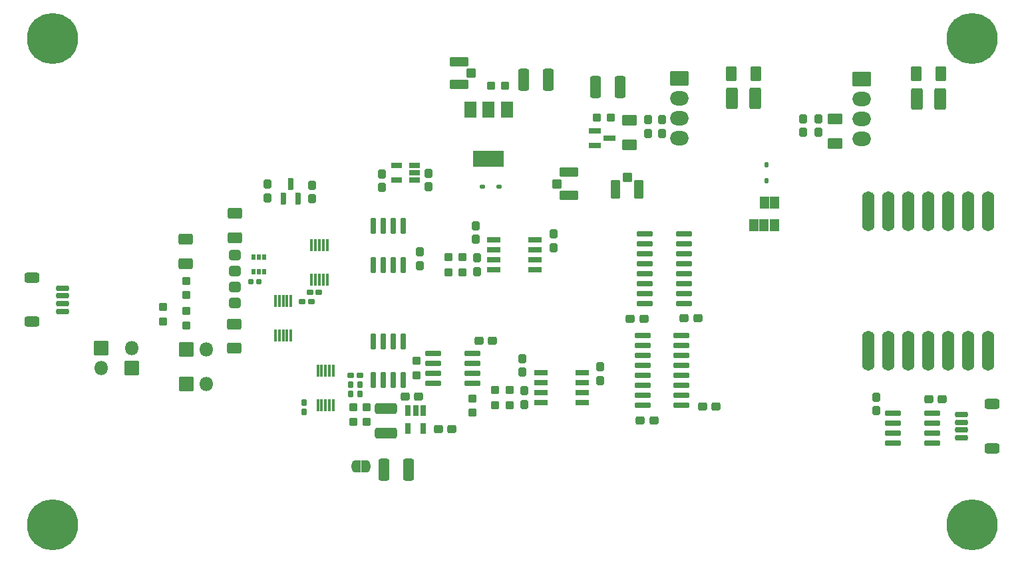
<source format=gbr>
%TF.GenerationSoftware,KiCad,Pcbnew,7.0.9*%
%TF.CreationDate,2024-10-16T13:46:26-06:00*%
%TF.ProjectId,sq_lockin_v9,73715f6c-6f63-46b6-996e-5f76392e6b69,rev?*%
%TF.SameCoordinates,Original*%
%TF.FileFunction,Soldermask,Top*%
%TF.FilePolarity,Negative*%
%FSLAX46Y46*%
G04 Gerber Fmt 4.6, Leading zero omitted, Abs format (unit mm)*
G04 Created by KiCad (PCBNEW 7.0.9) date 2024-10-16 13:46:26*
%MOMM*%
%LPD*%
G01*
G04 APERTURE LIST*
G04 Aperture macros list*
%AMRoundRect*
0 Rectangle with rounded corners*
0 $1 Rounding radius*
0 $2 $3 $4 $5 $6 $7 $8 $9 X,Y pos of 4 corners*
0 Add a 4 corners polygon primitive as box body*
4,1,4,$2,$3,$4,$5,$6,$7,$8,$9,$2,$3,0*
0 Add four circle primitives for the rounded corners*
1,1,$1+$1,$2,$3*
1,1,$1+$1,$4,$5*
1,1,$1+$1,$6,$7*
1,1,$1+$1,$8,$9*
0 Add four rect primitives between the rounded corners*
20,1,$1+$1,$2,$3,$4,$5,0*
20,1,$1+$1,$4,$5,$6,$7,0*
20,1,$1+$1,$6,$7,$8,$9,0*
20,1,$1+$1,$8,$9,$2,$3,0*%
%AMFreePoly0*
4,1,35,0.536062,0.786062,0.551000,0.750000,0.551000,-0.750000,0.536062,-0.786062,0.500000,-0.801000,0.000000,-0.801000,-0.012285,-0.795911,-0.071157,-0.795911,-0.085525,-0.793845,-0.222076,-0.753750,-0.235281,-0.747720,-0.355003,-0.670779,-0.365973,-0.661273,-0.459170,-0.553718,-0.467018,-0.541506,-0.526137,-0.412052,-0.530227,-0.398124,-0.550481,-0.257258,-0.551000,-0.250000,-0.551000,0.250000,
-0.550481,0.257258,-0.530227,0.398124,-0.526137,0.412052,-0.467018,0.541506,-0.459170,0.553718,-0.365973,0.661273,-0.355003,0.670779,-0.235281,0.747720,-0.222076,0.753750,-0.085525,0.793845,-0.071157,0.795911,-0.012285,0.795911,0.000000,0.801000,0.500000,0.801000,0.536062,0.786062,0.536062,0.786062,$1*%
%AMFreePoly1*
4,1,35,0.012285,0.795911,0.071157,0.795911,0.085525,0.793845,0.222076,0.753750,0.235281,0.747720,0.355003,0.670779,0.365973,0.661273,0.459170,0.553718,0.467018,0.541506,0.526137,0.412052,0.530227,0.398124,0.550481,0.257258,0.551000,0.250000,0.551000,-0.250000,0.550481,-0.257258,0.530227,-0.398124,0.526137,-0.412052,0.467018,-0.541506,0.459170,-0.553718,0.365973,-0.661273,
0.355003,-0.670779,0.235281,-0.747720,0.222076,-0.753750,0.085525,-0.793845,0.071157,-0.795911,0.012285,-0.795911,0.000000,-0.801000,-0.500000,-0.801000,-0.536062,-0.786062,-0.551000,-0.750000,-0.551000,0.750000,-0.536062,0.786062,-0.500000,0.801000,0.000000,0.801000,0.012285,0.795911,0.012285,0.795911,$1*%
G04 Aperture macros list end*
%ADD10RoundRect,0.301000X0.625000X-0.400000X0.625000X0.400000X-0.625000X0.400000X-0.625000X-0.400000X0*%
%ADD11RoundRect,0.301000X-0.450000X0.350000X-0.450000X-0.350000X0.450000X-0.350000X0.450000X0.350000X0*%
%ADD12RoundRect,0.288500X-0.237500X0.250000X-0.237500X-0.250000X0.237500X-0.250000X0.237500X0.250000X0*%
%ADD13RoundRect,0.051000X0.850000X-0.850000X0.850000X0.850000X-0.850000X0.850000X-0.850000X-0.850000X0*%
%ADD14O,1.802000X1.802000*%
%ADD15RoundRect,0.288500X0.237500X-0.300000X0.237500X0.300000X-0.237500X0.300000X-0.237500X-0.300000X0*%
%ADD16RoundRect,0.201000X0.512500X0.150000X-0.512500X0.150000X-0.512500X-0.150000X0.512500X-0.150000X0*%
%ADD17RoundRect,0.051000X-0.525000X-0.500000X0.525000X-0.500000X0.525000X0.500000X-0.525000X0.500000X0*%
%ADD18RoundRect,0.051000X-1.100000X-0.525000X1.100000X-0.525000X1.100000X0.525000X-1.100000X0.525000X0*%
%ADD19RoundRect,0.288500X0.237500X-0.250000X0.237500X0.250000X-0.237500X0.250000X-0.237500X-0.250000X0*%
%ADD20RoundRect,0.201000X0.150000X-0.587500X0.150000X0.587500X-0.150000X0.587500X-0.150000X-0.587500X0*%
%ADD21RoundRect,0.288500X0.250000X0.237500X-0.250000X0.237500X-0.250000X-0.237500X0.250000X-0.237500X0*%
%ADD22RoundRect,0.288500X-0.237500X0.300000X-0.237500X-0.300000X0.237500X-0.300000X0.237500X0.300000X0*%
%ADD23RoundRect,0.201000X-0.675000X-0.150000X0.675000X-0.150000X0.675000X0.150000X-0.675000X0.150000X0*%
%ADD24RoundRect,0.051000X-0.850000X-0.850000X0.850000X-0.850000X0.850000X0.850000X-0.850000X0.850000X0*%
%ADD25RoundRect,0.051000X0.850000X0.850000X-0.850000X0.850000X-0.850000X-0.850000X0.850000X-0.850000X0*%
%ADD26RoundRect,0.288500X-0.300000X-0.237500X0.300000X-0.237500X0.300000X0.237500X-0.300000X0.237500X0*%
%ADD27RoundRect,0.288500X0.300000X0.237500X-0.300000X0.237500X-0.300000X-0.237500X0.300000X-0.237500X0*%
%ADD28RoundRect,0.211000X-0.160000X0.197500X-0.160000X-0.197500X0.160000X-0.197500X0.160000X0.197500X0*%
%ADD29RoundRect,0.211000X0.160000X-0.197500X0.160000X0.197500X-0.160000X0.197500X-0.160000X-0.197500X0*%
%ADD30RoundRect,0.201000X-0.825000X-0.150000X0.825000X-0.150000X0.825000X0.150000X-0.825000X0.150000X0*%
%ADD31RoundRect,0.163500X-0.187500X-0.112500X0.187500X-0.112500X0.187500X0.112500X-0.187500X0.112500X0*%
%ADD32RoundRect,0.201000X-0.150000X0.825000X-0.150000X-0.825000X0.150000X-0.825000X0.150000X0.825000X0*%
%ADD33RoundRect,0.201000X-0.150000X0.512500X-0.150000X-0.512500X0.150000X-0.512500X0.150000X0.512500X0*%
%ADD34RoundRect,0.301001X-0.462499X-1.074999X0.462499X-1.074999X0.462499X1.074999X-0.462499X1.074999X0*%
%ADD35RoundRect,0.301000X0.650000X-0.412500X0.650000X0.412500X-0.650000X0.412500X-0.650000X-0.412500X0*%
%ADD36RoundRect,0.288500X-0.250000X-0.237500X0.250000X-0.237500X0.250000X0.237500X-0.250000X0.237500X0*%
%ADD37RoundRect,0.051000X-1.125000X0.875000X-1.125000X-0.875000X1.125000X-0.875000X1.125000X0.875000X0*%
%ADD38O,2.352000X1.852000*%
%ADD39C,6.502000*%
%ADD40RoundRect,0.201000X0.625000X-0.150000X0.625000X0.150000X-0.625000X0.150000X-0.625000X-0.150000X0*%
%ADD41RoundRect,0.301000X0.650000X-0.350000X0.650000X0.350000X-0.650000X0.350000X-0.650000X-0.350000X0*%
%ADD42O,1.602000X5.102000*%
%ADD43RoundRect,0.206000X0.155000X-0.212500X0.155000X0.212500X-0.155000X0.212500X-0.155000X-0.212500X0*%
%ADD44RoundRect,0.191000X0.140000X0.170000X-0.140000X0.170000X-0.140000X-0.170000X0.140000X-0.170000X0*%
%ADD45RoundRect,0.201000X-0.625000X0.150000X-0.625000X-0.150000X0.625000X-0.150000X0.625000X0.150000X0*%
%ADD46RoundRect,0.301000X-0.650000X0.350000X-0.650000X-0.350000X0.650000X-0.350000X0.650000X0.350000X0*%
%ADD47RoundRect,0.051000X-0.500000X0.525000X-0.500000X-0.525000X0.500000X-0.525000X0.500000X0.525000X0*%
%ADD48RoundRect,0.051000X-0.525000X1.100000X-0.525000X-1.100000X0.525000X-1.100000X0.525000X1.100000X0*%
%ADD49RoundRect,0.051000X-0.150000X0.700000X-0.150000X-0.700000X0.150000X-0.700000X0.150000X0.700000X0*%
%ADD50RoundRect,0.051000X-0.200000X0.325000X-0.200000X-0.325000X0.200000X-0.325000X0.200000X0.325000X0*%
%ADD51RoundRect,0.301000X-0.412500X-1.100000X0.412500X-1.100000X0.412500X1.100000X-0.412500X1.100000X0*%
%ADD52RoundRect,0.051000X0.500000X0.750000X-0.500000X0.750000X-0.500000X-0.750000X0.500000X-0.750000X0*%
%ADD53RoundRect,0.301000X-1.100000X0.412500X-1.100000X-0.412500X1.100000X-0.412500X1.100000X0.412500X0*%
%ADD54RoundRect,0.201000X-0.587500X-0.150000X0.587500X-0.150000X0.587500X0.150000X-0.587500X0.150000X0*%
%ADD55RoundRect,0.206000X-0.212500X-0.155000X0.212500X-0.155000X0.212500X0.155000X-0.212500X0.155000X0*%
%ADD56RoundRect,0.201000X0.825000X0.150000X-0.825000X0.150000X-0.825000X-0.150000X0.825000X-0.150000X0*%
%ADD57FreePoly0,180.000000*%
%ADD58FreePoly1,180.000000*%
%ADD59RoundRect,0.301000X0.412500X0.650000X-0.412500X0.650000X-0.412500X-0.650000X0.412500X-0.650000X0*%
%ADD60RoundRect,0.051000X-0.750000X1.000000X-0.750000X-1.000000X0.750000X-1.000000X0.750000X1.000000X0*%
%ADD61RoundRect,0.051000X-1.900000X1.000000X-1.900000X-1.000000X1.900000X-1.000000X1.900000X1.000000X0*%
%ADD62RoundRect,0.051000X0.150000X-0.700000X0.150000X0.700000X-0.150000X0.700000X-0.150000X-0.700000X0*%
%ADD63RoundRect,0.301000X0.412500X1.100000X-0.412500X1.100000X-0.412500X-1.100000X0.412500X-1.100000X0*%
%ADD64RoundRect,0.206000X0.212500X0.155000X-0.212500X0.155000X-0.212500X-0.155000X0.212500X-0.155000X0*%
%ADD65RoundRect,0.163500X0.112500X-0.187500X0.112500X0.187500X-0.112500X0.187500X-0.112500X-0.187500X0*%
%ADD66RoundRect,0.051000X0.525000X0.500000X-0.525000X0.500000X-0.525000X-0.500000X0.525000X-0.500000X0*%
%ADD67RoundRect,0.051000X1.100000X0.525000X-1.100000X0.525000X-1.100000X-0.525000X1.100000X-0.525000X0*%
G04 APERTURE END LIST*
D10*
%TO.C,R1*%
X137200000Y-79362500D03*
X137200000Y-76262500D03*
%TD*%
%TO.C,R5*%
X130900000Y-82662500D03*
X130900000Y-79562500D03*
%TD*%
%TO.C,R4*%
X137100000Y-93462500D03*
X137100000Y-90362500D03*
%TD*%
D11*
%TO.C,R2*%
X137175000Y-81600000D03*
X137175000Y-83600000D03*
%TD*%
D12*
%TO.C,R6*%
X131000000Y-88712500D03*
X131000000Y-90537500D03*
%TD*%
D13*
%TO.C,J4*%
X131000000Y-93600000D03*
D14*
X133540000Y-93600000D03*
%TD*%
D15*
%TO.C,C2*%
X161800000Y-72900000D03*
X161800000Y-71175000D03*
%TD*%
%TO.C,C3*%
X155900000Y-72987500D03*
X155900000Y-71262500D03*
%TD*%
D16*
%TO.C,U2*%
X160037500Y-72050000D03*
X160037500Y-71100000D03*
X160037500Y-70150000D03*
X157762500Y-70150000D03*
X157762500Y-72050000D03*
%TD*%
D17*
%TO.C,J5*%
X178150000Y-72500000D03*
D18*
X179675000Y-71025000D03*
X179675000Y-73975000D03*
%TD*%
D19*
%TO.C,R7*%
X131000000Y-86712500D03*
X131000000Y-84887500D03*
%TD*%
D11*
%TO.C,R3*%
X137200000Y-85675000D03*
X137200000Y-87675000D03*
%TD*%
D13*
%TO.C,J6*%
X131000000Y-98000000D03*
D14*
X133540000Y-98000000D03*
%TD*%
D15*
%TO.C,C4*%
X141300000Y-74287500D03*
X141300000Y-72562500D03*
%TD*%
%TO.C,C6*%
X147000000Y-74387500D03*
X147000000Y-72662500D03*
%TD*%
D12*
%TO.C,R8*%
X128000000Y-88212500D03*
X128000000Y-90037500D03*
%TD*%
D20*
%TO.C,U3*%
X143320000Y-74412500D03*
X145220000Y-74412500D03*
X144270000Y-72537500D03*
%TD*%
D21*
%TO.C,R16*%
X166137500Y-83760000D03*
X164312500Y-83760000D03*
%TD*%
D15*
%TO.C,C22*%
X168000000Y-83697500D03*
X168000000Y-81972500D03*
%TD*%
%TO.C,C23*%
X167800000Y-79597500D03*
X167800000Y-77872500D03*
%TD*%
D22*
%TO.C,C24*%
X177700000Y-78922500D03*
X177700000Y-80647500D03*
%TD*%
D21*
%TO.C,R15*%
X166137500Y-81860000D03*
X164312500Y-81860000D03*
%TD*%
D23*
%TO.C,U15*%
X170125000Y-79675000D03*
X170125000Y-80945000D03*
X170125000Y-82215000D03*
X170125000Y-83485000D03*
X175375000Y-83485000D03*
X175375000Y-82215000D03*
X175375000Y-80945000D03*
X175375000Y-79675000D03*
%TD*%
D15*
%TO.C,C26*%
X173775000Y-96527500D03*
X173775000Y-94802500D03*
%TD*%
%TO.C,C25*%
X173975000Y-100627500D03*
X173975000Y-98902500D03*
%TD*%
D21*
%TO.C,R18*%
X172112500Y-100690000D03*
X170287500Y-100690000D03*
%TD*%
%TO.C,R17*%
X172112500Y-98790000D03*
X170287500Y-98790000D03*
%TD*%
D22*
%TO.C,C27*%
X183675000Y-95852500D03*
X183675000Y-97577500D03*
%TD*%
D23*
%TO.C,U16*%
X176100000Y-96605000D03*
X176100000Y-97875000D03*
X176100000Y-99145000D03*
X176100000Y-100415000D03*
X181350000Y-100415000D03*
X181350000Y-99145000D03*
X181350000Y-97875000D03*
X181350000Y-96605000D03*
%TD*%
D24*
%TO.C,J2*%
X120100000Y-93425000D03*
D14*
X120100000Y-95965000D03*
%TD*%
D25*
%TO.C,J3*%
X124000000Y-96000000D03*
D14*
X124000000Y-93460000D03*
%TD*%
D26*
%TO.C,C16*%
X158837500Y-99660000D03*
X160562500Y-99660000D03*
%TD*%
D27*
%TO.C,C17*%
X169962500Y-92500000D03*
X168237500Y-92500000D03*
%TD*%
D12*
%TO.C,R9*%
X160300000Y-95087500D03*
X160300000Y-96912500D03*
%TD*%
D19*
%TO.C,R10*%
X167400000Y-101672500D03*
X167400000Y-99847500D03*
%TD*%
D28*
%TO.C,R13*%
X151900000Y-98102500D03*
X151900000Y-99297500D03*
%TD*%
D29*
%TO.C,R14*%
X153100000Y-99297500D03*
X153100000Y-98102500D03*
%TD*%
D30*
%TO.C,U13*%
X162425000Y-94155000D03*
X162425000Y-95425000D03*
X162425000Y-96695000D03*
X162425000Y-97965000D03*
X167375000Y-97965000D03*
X167375000Y-96695000D03*
X167375000Y-95425000D03*
X167375000Y-94155000D03*
%TD*%
D26*
%TO.C,C18*%
X163075000Y-103800000D03*
X164800000Y-103800000D03*
%TD*%
D31*
%TO.C,D1*%
X168650000Y-72900000D03*
X170750000Y-72900000D03*
%TD*%
D32*
%TO.C,U11*%
X158605000Y-77885000D03*
X157335000Y-77885000D03*
X156065000Y-77885000D03*
X154795000Y-77885000D03*
X154795000Y-82835000D03*
X156065000Y-82835000D03*
X157335000Y-82835000D03*
X158605000Y-82835000D03*
%TD*%
D15*
%TO.C,C15*%
X160700000Y-82922500D03*
X160700000Y-81197500D03*
%TD*%
D32*
%TO.C,U12*%
X158605000Y-92585000D03*
X157335000Y-92585000D03*
X156065000Y-92585000D03*
X154795000Y-92585000D03*
X154795000Y-97535000D03*
X156065000Y-97535000D03*
X157335000Y-97535000D03*
X158605000Y-97535000D03*
%TD*%
D33*
%TO.C,U14*%
X161100000Y-101412500D03*
X160150000Y-101412500D03*
X159200000Y-101412500D03*
X159200000Y-103687500D03*
X161100000Y-103687500D03*
%TD*%
D34*
%TO.C,L1*%
X200412500Y-61600000D03*
X203387500Y-61600000D03*
%TD*%
D35*
%TO.C,C33*%
X213500000Y-67362500D03*
X213500000Y-64237500D03*
%TD*%
D36*
%TO.C,R20*%
X169737500Y-60000000D03*
X171562500Y-60000000D03*
%TD*%
D37*
%TO.C,PS2*%
X216900000Y-59160000D03*
D38*
X216900000Y-61700000D03*
X216900000Y-64240000D03*
X216900000Y-66780000D03*
%TD*%
D39*
%TO.C,H2*%
X114000000Y-54000000D03*
%TD*%
D40*
%TO.C,J8*%
X229625000Y-104900000D03*
X229625000Y-103900000D03*
X229625000Y-102900000D03*
X229625000Y-101900000D03*
D41*
X233500000Y-106200000D03*
X233500000Y-100600000D03*
%TD*%
D42*
%TO.C,U5*%
X233020000Y-76010000D03*
X230480000Y-76010000D03*
X227940000Y-76010000D03*
X225400000Y-76010000D03*
X222860000Y-76010000D03*
X220320000Y-76010000D03*
X217780000Y-76010000D03*
X217780000Y-93790000D03*
X220320000Y-93790000D03*
X222860000Y-93790000D03*
X225400000Y-93790000D03*
X227940000Y-93790000D03*
X230480000Y-93790000D03*
X233020000Y-93790000D03*
%TD*%
D43*
%TO.C,C14*%
X146000000Y-101567500D03*
X146000000Y-100432500D03*
%TD*%
D27*
%TO.C,C10*%
X189200000Y-89700000D03*
X187475000Y-89700000D03*
%TD*%
D44*
%TO.C,C1*%
X140180000Y-85000000D03*
X139220000Y-85000000D03*
%TD*%
D45*
%TO.C,J1*%
X115200000Y-85800000D03*
X115200000Y-86800000D03*
X115200000Y-87800000D03*
X115200000Y-88800000D03*
D46*
X111325000Y-84500000D03*
X111325000Y-90100000D03*
%TD*%
D26*
%TO.C,C11*%
X194337500Y-89600000D03*
X196062500Y-89600000D03*
%TD*%
D47*
%TO.C,J12*%
X187100000Y-71650000D03*
D48*
X188575000Y-73175000D03*
X185625000Y-73175000D03*
%TD*%
D49*
%TO.C,U8*%
X144300000Y-87400000D03*
X143800000Y-87400000D03*
X143300000Y-87400000D03*
X142800000Y-87400000D03*
X142300000Y-87400000D03*
X142300000Y-91800000D03*
X142800000Y-91800000D03*
X143300000Y-91800000D03*
X143800000Y-91800000D03*
X144300000Y-91800000D03*
%TD*%
D50*
%TO.C,U1*%
X140850000Y-81850000D03*
X140200000Y-81850000D03*
X139550000Y-81850000D03*
X139550000Y-83750000D03*
X140200000Y-83750000D03*
X140850000Y-83750000D03*
%TD*%
D30*
%TO.C,U6*%
X220925000Y-101715000D03*
X220925000Y-102985000D03*
X220925000Y-104255000D03*
X220925000Y-105525000D03*
X225875000Y-105525000D03*
X225875000Y-104255000D03*
X225875000Y-102985000D03*
X225875000Y-101715000D03*
%TD*%
D51*
%TO.C,C39*%
X173887500Y-59250000D03*
X177012500Y-59250000D03*
%TD*%
D37*
%TO.C,PS1*%
X193757500Y-59092500D03*
D38*
X193757500Y-61632500D03*
X193757500Y-64172500D03*
X193757500Y-66712500D03*
%TD*%
D52*
%TO.C,JP3*%
X205850000Y-74900000D03*
X204550000Y-74900000D03*
%TD*%
D26*
%TO.C,C5*%
X188737500Y-102700000D03*
X190462500Y-102700000D03*
%TD*%
D53*
%TO.C,C19*%
X156400000Y-101137500D03*
X156400000Y-104262500D03*
%TD*%
D54*
%TO.C,Q1*%
X182965000Y-65757500D03*
X182965000Y-67657500D03*
X184840000Y-66707500D03*
%TD*%
D12*
%TO.C,R11*%
X153900000Y-100987500D03*
X153900000Y-102812500D03*
%TD*%
D55*
%TO.C,C12*%
X145732500Y-87500000D03*
X146867500Y-87500000D03*
%TD*%
D56*
%TO.C,U4*%
X193975000Y-100745000D03*
X193975000Y-99475000D03*
X193975000Y-98205000D03*
X193975000Y-96935000D03*
X193975000Y-95665000D03*
X193975000Y-94395000D03*
X193975000Y-93125000D03*
X193975000Y-91855000D03*
X189025000Y-91855000D03*
X189025000Y-93125000D03*
X189025000Y-94395000D03*
X189025000Y-95665000D03*
X189025000Y-96935000D03*
X189025000Y-98205000D03*
X189025000Y-99475000D03*
X189025000Y-100745000D03*
%TD*%
D57*
%TO.C,JP1*%
X153850000Y-108500000D03*
D58*
X152550000Y-108500000D03*
%TD*%
D19*
%TO.C,R12*%
X152200000Y-102825000D03*
X152200000Y-101000000D03*
%TD*%
D52*
%TO.C,JP2*%
X205800000Y-77800000D03*
X204500000Y-77800000D03*
X203200000Y-77800000D03*
%TD*%
D26*
%TO.C,C7*%
X196637500Y-100900000D03*
X198362500Y-100900000D03*
%TD*%
D39*
%TO.C,H4*%
X114000000Y-116000000D03*
%TD*%
D55*
%TO.C,C13*%
X146732500Y-86300000D03*
X147867500Y-86300000D03*
%TD*%
D22*
%TO.C,C37*%
X209500000Y-64237500D03*
X209500000Y-65962500D03*
%TD*%
D59*
%TO.C,C29*%
X203462500Y-58500000D03*
X200337500Y-58500000D03*
%TD*%
D21*
%TO.C,R19*%
X185015000Y-64107500D03*
X183190000Y-64107500D03*
%TD*%
D51*
%TO.C,C38*%
X183037500Y-60200000D03*
X186162500Y-60200000D03*
%TD*%
D60*
%TO.C,Q2*%
X171750000Y-63050000D03*
X169450000Y-63050000D03*
D61*
X169450000Y-69350000D03*
D60*
X167150000Y-63050000D03*
%TD*%
D22*
%TO.C,C34*%
X189702500Y-64345000D03*
X189702500Y-66070000D03*
%TD*%
D62*
%TO.C,U9*%
X146900000Y-84700000D03*
X147400000Y-84700000D03*
X147900000Y-84700000D03*
X148400000Y-84700000D03*
X148900000Y-84700000D03*
X148900000Y-80300000D03*
X148400000Y-80300000D03*
X147900000Y-80300000D03*
X147400000Y-80300000D03*
X146900000Y-80300000D03*
%TD*%
D15*
%TO.C,C8*%
X218800000Y-101400000D03*
X218800000Y-99675000D03*
%TD*%
D39*
%TO.C,H1*%
X231000000Y-116000000D03*
%TD*%
D63*
%TO.C,C20*%
X159262500Y-108900000D03*
X156137500Y-108900000D03*
%TD*%
D64*
%TO.C,C21*%
X153067500Y-96900000D03*
X151932500Y-96900000D03*
%TD*%
D22*
%TO.C,C36*%
X191502500Y-64345000D03*
X191502500Y-66070000D03*
%TD*%
D59*
%TO.C,C30*%
X226962500Y-58500000D03*
X223837500Y-58500000D03*
%TD*%
D65*
%TO.C,D3*%
X204800000Y-72150000D03*
X204800000Y-70050000D03*
%TD*%
D66*
%TO.C,J13*%
X167200000Y-58400000D03*
D67*
X165675000Y-59875000D03*
X165675000Y-56925000D03*
%TD*%
D62*
%TO.C,U10*%
X147700000Y-100700000D03*
X148200000Y-100700000D03*
X148700000Y-100700000D03*
X149200000Y-100700000D03*
X149700000Y-100700000D03*
X149700000Y-96300000D03*
X149200000Y-96300000D03*
X148700000Y-96300000D03*
X148200000Y-96300000D03*
X147700000Y-96300000D03*
%TD*%
D34*
%TO.C,L2*%
X223912500Y-61700000D03*
X226887500Y-61700000D03*
%TD*%
D35*
%TO.C,C32*%
X187352500Y-67570000D03*
X187352500Y-64445000D03*
%TD*%
D56*
%TO.C,U7*%
X194275000Y-87805000D03*
X194275000Y-86535000D03*
X194275000Y-85265000D03*
X194275000Y-83995000D03*
X194275000Y-82725000D03*
X194275000Y-81455000D03*
X194275000Y-80185000D03*
X194275000Y-78915000D03*
X189325000Y-78915000D03*
X189325000Y-80185000D03*
X189325000Y-81455000D03*
X189325000Y-82725000D03*
X189325000Y-83995000D03*
X189325000Y-85265000D03*
X189325000Y-86535000D03*
X189325000Y-87805000D03*
%TD*%
D22*
%TO.C,C35*%
X211400000Y-64237500D03*
X211400000Y-65962500D03*
%TD*%
D26*
%TO.C,C9*%
X225437500Y-100000000D03*
X227162500Y-100000000D03*
%TD*%
D39*
%TO.C,H3*%
X231000000Y-54000000D03*
%TD*%
M02*

</source>
